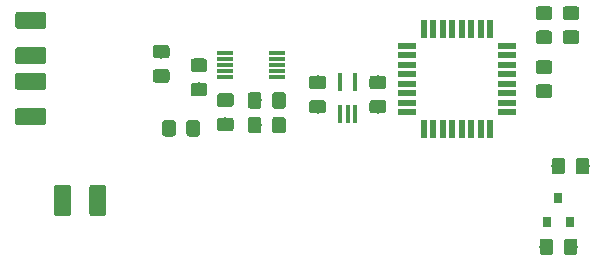
<source format=gbp>
G04 #@! TF.GenerationSoftware,KiCad,Pcbnew,5.1.2*
G04 #@! TF.CreationDate,2019-07-27T17:59:41+02:00*
G04 #@! TF.ProjectId,solarcampi,736f6c61-7263-4616-9d70-692e6b696361,C*
G04 #@! TF.SameCoordinates,Original*
G04 #@! TF.FileFunction,Paste,Bot*
G04 #@! TF.FilePolarity,Positive*
%FSLAX46Y46*%
G04 Gerber Fmt 4.6, Leading zero omitted, Abs format (unit mm)*
G04 Created by KiCad (PCBNEW 5.1.2) date 2019-07-27 17:59:41*
%MOMM*%
%LPD*%
G04 APERTURE LIST*
%ADD10C,0.100000*%
%ADD11C,1.425000*%
%ADD12C,1.150000*%
%ADD13R,0.800000X0.900000*%
%ADD14R,0.400000X1.500000*%
%ADD15R,0.550000X1.600000*%
%ADD16R,1.600000X0.550000*%
%ADD17R,1.400000X0.300000*%
G04 APERTURE END LIST*
D10*
G36*
X66064504Y-71936204D02*
G01*
X66088773Y-71939804D01*
X66112571Y-71945765D01*
X66135671Y-71954030D01*
X66157849Y-71964520D01*
X66178893Y-71977133D01*
X66198598Y-71991747D01*
X66216777Y-72008223D01*
X66233253Y-72026402D01*
X66247867Y-72046107D01*
X66260480Y-72067151D01*
X66270970Y-72089329D01*
X66279235Y-72112429D01*
X66285196Y-72136227D01*
X66288796Y-72160496D01*
X66290000Y-72185000D01*
X66290000Y-74335000D01*
X66288796Y-74359504D01*
X66285196Y-74383773D01*
X66279235Y-74407571D01*
X66270970Y-74430671D01*
X66260480Y-74452849D01*
X66247867Y-74473893D01*
X66233253Y-74493598D01*
X66216777Y-74511777D01*
X66198598Y-74528253D01*
X66178893Y-74542867D01*
X66157849Y-74555480D01*
X66135671Y-74565970D01*
X66112571Y-74574235D01*
X66088773Y-74580196D01*
X66064504Y-74583796D01*
X66040000Y-74585000D01*
X65115000Y-74585000D01*
X65090496Y-74583796D01*
X65066227Y-74580196D01*
X65042429Y-74574235D01*
X65019329Y-74565970D01*
X64997151Y-74555480D01*
X64976107Y-74542867D01*
X64956402Y-74528253D01*
X64938223Y-74511777D01*
X64921747Y-74493598D01*
X64907133Y-74473893D01*
X64894520Y-74452849D01*
X64884030Y-74430671D01*
X64875765Y-74407571D01*
X64869804Y-74383773D01*
X64866204Y-74359504D01*
X64865000Y-74335000D01*
X64865000Y-72185000D01*
X64866204Y-72160496D01*
X64869804Y-72136227D01*
X64875765Y-72112429D01*
X64884030Y-72089329D01*
X64894520Y-72067151D01*
X64907133Y-72046107D01*
X64921747Y-72026402D01*
X64938223Y-72008223D01*
X64956402Y-71991747D01*
X64976107Y-71977133D01*
X64997151Y-71964520D01*
X65019329Y-71954030D01*
X65042429Y-71945765D01*
X65066227Y-71939804D01*
X65090496Y-71936204D01*
X65115000Y-71935000D01*
X66040000Y-71935000D01*
X66064504Y-71936204D01*
X66064504Y-71936204D01*
G37*
D11*
X65577500Y-73260000D03*
D10*
G36*
X63089504Y-71936204D02*
G01*
X63113773Y-71939804D01*
X63137571Y-71945765D01*
X63160671Y-71954030D01*
X63182849Y-71964520D01*
X63203893Y-71977133D01*
X63223598Y-71991747D01*
X63241777Y-72008223D01*
X63258253Y-72026402D01*
X63272867Y-72046107D01*
X63285480Y-72067151D01*
X63295970Y-72089329D01*
X63304235Y-72112429D01*
X63310196Y-72136227D01*
X63313796Y-72160496D01*
X63315000Y-72185000D01*
X63315000Y-74335000D01*
X63313796Y-74359504D01*
X63310196Y-74383773D01*
X63304235Y-74407571D01*
X63295970Y-74430671D01*
X63285480Y-74452849D01*
X63272867Y-74473893D01*
X63258253Y-74493598D01*
X63241777Y-74511777D01*
X63223598Y-74528253D01*
X63203893Y-74542867D01*
X63182849Y-74555480D01*
X63160671Y-74565970D01*
X63137571Y-74574235D01*
X63113773Y-74580196D01*
X63089504Y-74583796D01*
X63065000Y-74585000D01*
X62140000Y-74585000D01*
X62115496Y-74583796D01*
X62091227Y-74580196D01*
X62067429Y-74574235D01*
X62044329Y-74565970D01*
X62022151Y-74555480D01*
X62001107Y-74542867D01*
X61981402Y-74528253D01*
X61963223Y-74511777D01*
X61946747Y-74493598D01*
X61932133Y-74473893D01*
X61919520Y-74452849D01*
X61909030Y-74430671D01*
X61900765Y-74407571D01*
X61894804Y-74383773D01*
X61891204Y-74359504D01*
X61890000Y-74335000D01*
X61890000Y-72185000D01*
X61891204Y-72160496D01*
X61894804Y-72136227D01*
X61900765Y-72112429D01*
X61909030Y-72089329D01*
X61919520Y-72067151D01*
X61932133Y-72046107D01*
X61946747Y-72026402D01*
X61963223Y-72008223D01*
X61981402Y-71991747D01*
X62001107Y-71977133D01*
X62022151Y-71964520D01*
X62044329Y-71954030D01*
X62067429Y-71945765D01*
X62091227Y-71939804D01*
X62115496Y-71936204D01*
X62140000Y-71935000D01*
X63065000Y-71935000D01*
X63089504Y-71936204D01*
X63089504Y-71936204D01*
G37*
D11*
X62602500Y-73260000D03*
D10*
G36*
X71444505Y-62151204D02*
G01*
X71468773Y-62154804D01*
X71492572Y-62160765D01*
X71515671Y-62169030D01*
X71537850Y-62179520D01*
X71558893Y-62192132D01*
X71578599Y-62206747D01*
X71596777Y-62223223D01*
X71613253Y-62241401D01*
X71627868Y-62261107D01*
X71640480Y-62282150D01*
X71650970Y-62304329D01*
X71659235Y-62327428D01*
X71665196Y-62351227D01*
X71668796Y-62375495D01*
X71670000Y-62399999D01*
X71670000Y-63050001D01*
X71668796Y-63074505D01*
X71665196Y-63098773D01*
X71659235Y-63122572D01*
X71650970Y-63145671D01*
X71640480Y-63167850D01*
X71627868Y-63188893D01*
X71613253Y-63208599D01*
X71596777Y-63226777D01*
X71578599Y-63243253D01*
X71558893Y-63257868D01*
X71537850Y-63270480D01*
X71515671Y-63280970D01*
X71492572Y-63289235D01*
X71468773Y-63295196D01*
X71444505Y-63298796D01*
X71420001Y-63300000D01*
X70519999Y-63300000D01*
X70495495Y-63298796D01*
X70471227Y-63295196D01*
X70447428Y-63289235D01*
X70424329Y-63280970D01*
X70402150Y-63270480D01*
X70381107Y-63257868D01*
X70361401Y-63243253D01*
X70343223Y-63226777D01*
X70326747Y-63208599D01*
X70312132Y-63188893D01*
X70299520Y-63167850D01*
X70289030Y-63145671D01*
X70280765Y-63122572D01*
X70274804Y-63098773D01*
X70271204Y-63074505D01*
X70270000Y-63050001D01*
X70270000Y-62399999D01*
X70271204Y-62375495D01*
X70274804Y-62351227D01*
X70280765Y-62327428D01*
X70289030Y-62304329D01*
X70299520Y-62282150D01*
X70312132Y-62261107D01*
X70326747Y-62241401D01*
X70343223Y-62223223D01*
X70361401Y-62206747D01*
X70381107Y-62192132D01*
X70402150Y-62179520D01*
X70424329Y-62169030D01*
X70447428Y-62160765D01*
X70471227Y-62154804D01*
X70495495Y-62151204D01*
X70519999Y-62150000D01*
X71420001Y-62150000D01*
X71444505Y-62151204D01*
X71444505Y-62151204D01*
G37*
D12*
X70970000Y-62725000D03*
D10*
G36*
X71444505Y-60101204D02*
G01*
X71468773Y-60104804D01*
X71492572Y-60110765D01*
X71515671Y-60119030D01*
X71537850Y-60129520D01*
X71558893Y-60142132D01*
X71578599Y-60156747D01*
X71596777Y-60173223D01*
X71613253Y-60191401D01*
X71627868Y-60211107D01*
X71640480Y-60232150D01*
X71650970Y-60254329D01*
X71659235Y-60277428D01*
X71665196Y-60301227D01*
X71668796Y-60325495D01*
X71670000Y-60349999D01*
X71670000Y-61000001D01*
X71668796Y-61024505D01*
X71665196Y-61048773D01*
X71659235Y-61072572D01*
X71650970Y-61095671D01*
X71640480Y-61117850D01*
X71627868Y-61138893D01*
X71613253Y-61158599D01*
X71596777Y-61176777D01*
X71578599Y-61193253D01*
X71558893Y-61207868D01*
X71537850Y-61220480D01*
X71515671Y-61230970D01*
X71492572Y-61239235D01*
X71468773Y-61245196D01*
X71444505Y-61248796D01*
X71420001Y-61250000D01*
X70519999Y-61250000D01*
X70495495Y-61248796D01*
X70471227Y-61245196D01*
X70447428Y-61239235D01*
X70424329Y-61230970D01*
X70402150Y-61220480D01*
X70381107Y-61207868D01*
X70361401Y-61193253D01*
X70343223Y-61176777D01*
X70326747Y-61158599D01*
X70312132Y-61138893D01*
X70299520Y-61117850D01*
X70289030Y-61095671D01*
X70280765Y-61072572D01*
X70274804Y-61048773D01*
X70271204Y-61024505D01*
X70270000Y-61000001D01*
X70270000Y-60349999D01*
X70271204Y-60325495D01*
X70274804Y-60301227D01*
X70280765Y-60277428D01*
X70289030Y-60254329D01*
X70299520Y-60232150D01*
X70312132Y-60211107D01*
X70326747Y-60191401D01*
X70343223Y-60173223D01*
X70361401Y-60156747D01*
X70381107Y-60142132D01*
X70402150Y-60129520D01*
X70424329Y-60119030D01*
X70447428Y-60110765D01*
X70471227Y-60104804D01*
X70495495Y-60101204D01*
X70519999Y-60100000D01*
X71420001Y-60100000D01*
X71444505Y-60101204D01*
X71444505Y-60101204D01*
G37*
D12*
X70970000Y-60675000D03*
D10*
G36*
X104934505Y-69671204D02*
G01*
X104958773Y-69674804D01*
X104982572Y-69680765D01*
X105005671Y-69689030D01*
X105027850Y-69699520D01*
X105048893Y-69712132D01*
X105068599Y-69726747D01*
X105086777Y-69743223D01*
X105103253Y-69761401D01*
X105117868Y-69781107D01*
X105130480Y-69802150D01*
X105140970Y-69824329D01*
X105149235Y-69847428D01*
X105155196Y-69871227D01*
X105158796Y-69895495D01*
X105160000Y-69919999D01*
X105160000Y-70820001D01*
X105158796Y-70844505D01*
X105155196Y-70868773D01*
X105149235Y-70892572D01*
X105140970Y-70915671D01*
X105130480Y-70937850D01*
X105117868Y-70958893D01*
X105103253Y-70978599D01*
X105086777Y-70996777D01*
X105068599Y-71013253D01*
X105048893Y-71027868D01*
X105027850Y-71040480D01*
X105005671Y-71050970D01*
X104982572Y-71059235D01*
X104958773Y-71065196D01*
X104934505Y-71068796D01*
X104910001Y-71070000D01*
X104259999Y-71070000D01*
X104235495Y-71068796D01*
X104211227Y-71065196D01*
X104187428Y-71059235D01*
X104164329Y-71050970D01*
X104142150Y-71040480D01*
X104121107Y-71027868D01*
X104101401Y-71013253D01*
X104083223Y-70996777D01*
X104066747Y-70978599D01*
X104052132Y-70958893D01*
X104039520Y-70937850D01*
X104029030Y-70915671D01*
X104020765Y-70892572D01*
X104014804Y-70868773D01*
X104011204Y-70844505D01*
X104010000Y-70820001D01*
X104010000Y-69919999D01*
X104011204Y-69895495D01*
X104014804Y-69871227D01*
X104020765Y-69847428D01*
X104029030Y-69824329D01*
X104039520Y-69802150D01*
X104052132Y-69781107D01*
X104066747Y-69761401D01*
X104083223Y-69743223D01*
X104101401Y-69726747D01*
X104121107Y-69712132D01*
X104142150Y-69699520D01*
X104164329Y-69689030D01*
X104187428Y-69680765D01*
X104211227Y-69674804D01*
X104235495Y-69671204D01*
X104259999Y-69670000D01*
X104910001Y-69670000D01*
X104934505Y-69671204D01*
X104934505Y-69671204D01*
G37*
D12*
X104585000Y-70370000D03*
D10*
G36*
X106984505Y-69671204D02*
G01*
X107008773Y-69674804D01*
X107032572Y-69680765D01*
X107055671Y-69689030D01*
X107077850Y-69699520D01*
X107098893Y-69712132D01*
X107118599Y-69726747D01*
X107136777Y-69743223D01*
X107153253Y-69761401D01*
X107167868Y-69781107D01*
X107180480Y-69802150D01*
X107190970Y-69824329D01*
X107199235Y-69847428D01*
X107205196Y-69871227D01*
X107208796Y-69895495D01*
X107210000Y-69919999D01*
X107210000Y-70820001D01*
X107208796Y-70844505D01*
X107205196Y-70868773D01*
X107199235Y-70892572D01*
X107190970Y-70915671D01*
X107180480Y-70937850D01*
X107167868Y-70958893D01*
X107153253Y-70978599D01*
X107136777Y-70996777D01*
X107118599Y-71013253D01*
X107098893Y-71027868D01*
X107077850Y-71040480D01*
X107055671Y-71050970D01*
X107032572Y-71059235D01*
X107008773Y-71065196D01*
X106984505Y-71068796D01*
X106960001Y-71070000D01*
X106309999Y-71070000D01*
X106285495Y-71068796D01*
X106261227Y-71065196D01*
X106237428Y-71059235D01*
X106214329Y-71050970D01*
X106192150Y-71040480D01*
X106171107Y-71027868D01*
X106151401Y-71013253D01*
X106133223Y-70996777D01*
X106116747Y-70978599D01*
X106102132Y-70958893D01*
X106089520Y-70937850D01*
X106079030Y-70915671D01*
X106070765Y-70892572D01*
X106064804Y-70868773D01*
X106061204Y-70844505D01*
X106060000Y-70820001D01*
X106060000Y-69919999D01*
X106061204Y-69895495D01*
X106064804Y-69871227D01*
X106070765Y-69847428D01*
X106079030Y-69824329D01*
X106089520Y-69802150D01*
X106102132Y-69781107D01*
X106116747Y-69761401D01*
X106133223Y-69743223D01*
X106151401Y-69726747D01*
X106171107Y-69712132D01*
X106192150Y-69699520D01*
X106214329Y-69689030D01*
X106237428Y-69680765D01*
X106261227Y-69674804D01*
X106285495Y-69671204D01*
X106309999Y-69670000D01*
X106960001Y-69670000D01*
X106984505Y-69671204D01*
X106984505Y-69671204D01*
G37*
D12*
X106635000Y-70370000D03*
D10*
G36*
X61009504Y-65446204D02*
G01*
X61033773Y-65449804D01*
X61057571Y-65455765D01*
X61080671Y-65464030D01*
X61102849Y-65474520D01*
X61123893Y-65487133D01*
X61143598Y-65501747D01*
X61161777Y-65518223D01*
X61178253Y-65536402D01*
X61192867Y-65556107D01*
X61205480Y-65577151D01*
X61215970Y-65599329D01*
X61224235Y-65622429D01*
X61230196Y-65646227D01*
X61233796Y-65670496D01*
X61235000Y-65695000D01*
X61235000Y-66620000D01*
X61233796Y-66644504D01*
X61230196Y-66668773D01*
X61224235Y-66692571D01*
X61215970Y-66715671D01*
X61205480Y-66737849D01*
X61192867Y-66758893D01*
X61178253Y-66778598D01*
X61161777Y-66796777D01*
X61143598Y-66813253D01*
X61123893Y-66827867D01*
X61102849Y-66840480D01*
X61080671Y-66850970D01*
X61057571Y-66859235D01*
X61033773Y-66865196D01*
X61009504Y-66868796D01*
X60985000Y-66870000D01*
X58835000Y-66870000D01*
X58810496Y-66868796D01*
X58786227Y-66865196D01*
X58762429Y-66859235D01*
X58739329Y-66850970D01*
X58717151Y-66840480D01*
X58696107Y-66827867D01*
X58676402Y-66813253D01*
X58658223Y-66796777D01*
X58641747Y-66778598D01*
X58627133Y-66758893D01*
X58614520Y-66737849D01*
X58604030Y-66715671D01*
X58595765Y-66692571D01*
X58589804Y-66668773D01*
X58586204Y-66644504D01*
X58585000Y-66620000D01*
X58585000Y-65695000D01*
X58586204Y-65670496D01*
X58589804Y-65646227D01*
X58595765Y-65622429D01*
X58604030Y-65599329D01*
X58614520Y-65577151D01*
X58627133Y-65556107D01*
X58641747Y-65536402D01*
X58658223Y-65518223D01*
X58676402Y-65501747D01*
X58696107Y-65487133D01*
X58717151Y-65474520D01*
X58739329Y-65464030D01*
X58762429Y-65455765D01*
X58786227Y-65449804D01*
X58810496Y-65446204D01*
X58835000Y-65445000D01*
X60985000Y-65445000D01*
X61009504Y-65446204D01*
X61009504Y-65446204D01*
G37*
D11*
X59910000Y-66157500D03*
D10*
G36*
X61009504Y-62471204D02*
G01*
X61033773Y-62474804D01*
X61057571Y-62480765D01*
X61080671Y-62489030D01*
X61102849Y-62499520D01*
X61123893Y-62512133D01*
X61143598Y-62526747D01*
X61161777Y-62543223D01*
X61178253Y-62561402D01*
X61192867Y-62581107D01*
X61205480Y-62602151D01*
X61215970Y-62624329D01*
X61224235Y-62647429D01*
X61230196Y-62671227D01*
X61233796Y-62695496D01*
X61235000Y-62720000D01*
X61235000Y-63645000D01*
X61233796Y-63669504D01*
X61230196Y-63693773D01*
X61224235Y-63717571D01*
X61215970Y-63740671D01*
X61205480Y-63762849D01*
X61192867Y-63783893D01*
X61178253Y-63803598D01*
X61161777Y-63821777D01*
X61143598Y-63838253D01*
X61123893Y-63852867D01*
X61102849Y-63865480D01*
X61080671Y-63875970D01*
X61057571Y-63884235D01*
X61033773Y-63890196D01*
X61009504Y-63893796D01*
X60985000Y-63895000D01*
X58835000Y-63895000D01*
X58810496Y-63893796D01*
X58786227Y-63890196D01*
X58762429Y-63884235D01*
X58739329Y-63875970D01*
X58717151Y-63865480D01*
X58696107Y-63852867D01*
X58676402Y-63838253D01*
X58658223Y-63821777D01*
X58641747Y-63803598D01*
X58627133Y-63783893D01*
X58614520Y-63762849D01*
X58604030Y-63740671D01*
X58595765Y-63717571D01*
X58589804Y-63693773D01*
X58586204Y-63669504D01*
X58585000Y-63645000D01*
X58585000Y-62720000D01*
X58586204Y-62695496D01*
X58589804Y-62671227D01*
X58595765Y-62647429D01*
X58604030Y-62624329D01*
X58614520Y-62602151D01*
X58627133Y-62581107D01*
X58641747Y-62561402D01*
X58658223Y-62543223D01*
X58676402Y-62526747D01*
X58696107Y-62512133D01*
X58717151Y-62499520D01*
X58739329Y-62489030D01*
X58762429Y-62480765D01*
X58786227Y-62474804D01*
X58810496Y-62471204D01*
X58835000Y-62470000D01*
X60985000Y-62470000D01*
X61009504Y-62471204D01*
X61009504Y-62471204D01*
G37*
D11*
X59910000Y-63182500D03*
D13*
X104590000Y-73100000D03*
X103640000Y-75100000D03*
X105540000Y-75100000D03*
D10*
G36*
X61019504Y-60286204D02*
G01*
X61043773Y-60289804D01*
X61067571Y-60295765D01*
X61090671Y-60304030D01*
X61112849Y-60314520D01*
X61133893Y-60327133D01*
X61153598Y-60341747D01*
X61171777Y-60358223D01*
X61188253Y-60376402D01*
X61202867Y-60396107D01*
X61215480Y-60417151D01*
X61225970Y-60439329D01*
X61234235Y-60462429D01*
X61240196Y-60486227D01*
X61243796Y-60510496D01*
X61245000Y-60535000D01*
X61245000Y-61460000D01*
X61243796Y-61484504D01*
X61240196Y-61508773D01*
X61234235Y-61532571D01*
X61225970Y-61555671D01*
X61215480Y-61577849D01*
X61202867Y-61598893D01*
X61188253Y-61618598D01*
X61171777Y-61636777D01*
X61153598Y-61653253D01*
X61133893Y-61667867D01*
X61112849Y-61680480D01*
X61090671Y-61690970D01*
X61067571Y-61699235D01*
X61043773Y-61705196D01*
X61019504Y-61708796D01*
X60995000Y-61710000D01*
X58845000Y-61710000D01*
X58820496Y-61708796D01*
X58796227Y-61705196D01*
X58772429Y-61699235D01*
X58749329Y-61690970D01*
X58727151Y-61680480D01*
X58706107Y-61667867D01*
X58686402Y-61653253D01*
X58668223Y-61636777D01*
X58651747Y-61618598D01*
X58637133Y-61598893D01*
X58624520Y-61577849D01*
X58614030Y-61555671D01*
X58605765Y-61532571D01*
X58599804Y-61508773D01*
X58596204Y-61484504D01*
X58595000Y-61460000D01*
X58595000Y-60535000D01*
X58596204Y-60510496D01*
X58599804Y-60486227D01*
X58605765Y-60462429D01*
X58614030Y-60439329D01*
X58624520Y-60417151D01*
X58637133Y-60396107D01*
X58651747Y-60376402D01*
X58668223Y-60358223D01*
X58686402Y-60341747D01*
X58706107Y-60327133D01*
X58727151Y-60314520D01*
X58749329Y-60304030D01*
X58772429Y-60295765D01*
X58796227Y-60289804D01*
X58820496Y-60286204D01*
X58845000Y-60285000D01*
X60995000Y-60285000D01*
X61019504Y-60286204D01*
X61019504Y-60286204D01*
G37*
D11*
X59920000Y-60997500D03*
D10*
G36*
X61019504Y-57311204D02*
G01*
X61043773Y-57314804D01*
X61067571Y-57320765D01*
X61090671Y-57329030D01*
X61112849Y-57339520D01*
X61133893Y-57352133D01*
X61153598Y-57366747D01*
X61171777Y-57383223D01*
X61188253Y-57401402D01*
X61202867Y-57421107D01*
X61215480Y-57442151D01*
X61225970Y-57464329D01*
X61234235Y-57487429D01*
X61240196Y-57511227D01*
X61243796Y-57535496D01*
X61245000Y-57560000D01*
X61245000Y-58485000D01*
X61243796Y-58509504D01*
X61240196Y-58533773D01*
X61234235Y-58557571D01*
X61225970Y-58580671D01*
X61215480Y-58602849D01*
X61202867Y-58623893D01*
X61188253Y-58643598D01*
X61171777Y-58661777D01*
X61153598Y-58678253D01*
X61133893Y-58692867D01*
X61112849Y-58705480D01*
X61090671Y-58715970D01*
X61067571Y-58724235D01*
X61043773Y-58730196D01*
X61019504Y-58733796D01*
X60995000Y-58735000D01*
X58845000Y-58735000D01*
X58820496Y-58733796D01*
X58796227Y-58730196D01*
X58772429Y-58724235D01*
X58749329Y-58715970D01*
X58727151Y-58705480D01*
X58706107Y-58692867D01*
X58686402Y-58678253D01*
X58668223Y-58661777D01*
X58651747Y-58643598D01*
X58637133Y-58623893D01*
X58624520Y-58602849D01*
X58614030Y-58580671D01*
X58605765Y-58557571D01*
X58599804Y-58533773D01*
X58596204Y-58509504D01*
X58595000Y-58485000D01*
X58595000Y-57560000D01*
X58596204Y-57535496D01*
X58599804Y-57511227D01*
X58605765Y-57487429D01*
X58614030Y-57464329D01*
X58624520Y-57442151D01*
X58637133Y-57421107D01*
X58651747Y-57401402D01*
X58668223Y-57383223D01*
X58686402Y-57366747D01*
X58706107Y-57352133D01*
X58727151Y-57339520D01*
X58749329Y-57329030D01*
X58772429Y-57320765D01*
X58796227Y-57314804D01*
X58820496Y-57311204D01*
X58845000Y-57310000D01*
X60995000Y-57310000D01*
X61019504Y-57311204D01*
X61019504Y-57311204D01*
G37*
D11*
X59920000Y-58022500D03*
D14*
X87400000Y-63270000D03*
X86100000Y-63270000D03*
X86100000Y-65930000D03*
X86750000Y-65930000D03*
X87400000Y-65930000D03*
D10*
G36*
X71970505Y-66460204D02*
G01*
X71994773Y-66463804D01*
X72018572Y-66469765D01*
X72041671Y-66478030D01*
X72063850Y-66488520D01*
X72084893Y-66501132D01*
X72104599Y-66515747D01*
X72122777Y-66532223D01*
X72139253Y-66550401D01*
X72153868Y-66570107D01*
X72166480Y-66591150D01*
X72176970Y-66613329D01*
X72185235Y-66636428D01*
X72191196Y-66660227D01*
X72194796Y-66684495D01*
X72196000Y-66708999D01*
X72196000Y-67609001D01*
X72194796Y-67633505D01*
X72191196Y-67657773D01*
X72185235Y-67681572D01*
X72176970Y-67704671D01*
X72166480Y-67726850D01*
X72153868Y-67747893D01*
X72139253Y-67767599D01*
X72122777Y-67785777D01*
X72104599Y-67802253D01*
X72084893Y-67816868D01*
X72063850Y-67829480D01*
X72041671Y-67839970D01*
X72018572Y-67848235D01*
X71994773Y-67854196D01*
X71970505Y-67857796D01*
X71946001Y-67859000D01*
X71295999Y-67859000D01*
X71271495Y-67857796D01*
X71247227Y-67854196D01*
X71223428Y-67848235D01*
X71200329Y-67839970D01*
X71178150Y-67829480D01*
X71157107Y-67816868D01*
X71137401Y-67802253D01*
X71119223Y-67785777D01*
X71102747Y-67767599D01*
X71088132Y-67747893D01*
X71075520Y-67726850D01*
X71065030Y-67704671D01*
X71056765Y-67681572D01*
X71050804Y-67657773D01*
X71047204Y-67633505D01*
X71046000Y-67609001D01*
X71046000Y-66708999D01*
X71047204Y-66684495D01*
X71050804Y-66660227D01*
X71056765Y-66636428D01*
X71065030Y-66613329D01*
X71075520Y-66591150D01*
X71088132Y-66570107D01*
X71102747Y-66550401D01*
X71119223Y-66532223D01*
X71137401Y-66515747D01*
X71157107Y-66501132D01*
X71178150Y-66488520D01*
X71200329Y-66478030D01*
X71223428Y-66469765D01*
X71247227Y-66463804D01*
X71271495Y-66460204D01*
X71295999Y-66459000D01*
X71946001Y-66459000D01*
X71970505Y-66460204D01*
X71970505Y-66460204D01*
G37*
D12*
X71621000Y-67159000D03*
D10*
G36*
X74020505Y-66460204D02*
G01*
X74044773Y-66463804D01*
X74068572Y-66469765D01*
X74091671Y-66478030D01*
X74113850Y-66488520D01*
X74134893Y-66501132D01*
X74154599Y-66515747D01*
X74172777Y-66532223D01*
X74189253Y-66550401D01*
X74203868Y-66570107D01*
X74216480Y-66591150D01*
X74226970Y-66613329D01*
X74235235Y-66636428D01*
X74241196Y-66660227D01*
X74244796Y-66684495D01*
X74246000Y-66708999D01*
X74246000Y-67609001D01*
X74244796Y-67633505D01*
X74241196Y-67657773D01*
X74235235Y-67681572D01*
X74226970Y-67704671D01*
X74216480Y-67726850D01*
X74203868Y-67747893D01*
X74189253Y-67767599D01*
X74172777Y-67785777D01*
X74154599Y-67802253D01*
X74134893Y-67816868D01*
X74113850Y-67829480D01*
X74091671Y-67839970D01*
X74068572Y-67848235D01*
X74044773Y-67854196D01*
X74020505Y-67857796D01*
X73996001Y-67859000D01*
X73345999Y-67859000D01*
X73321495Y-67857796D01*
X73297227Y-67854196D01*
X73273428Y-67848235D01*
X73250329Y-67839970D01*
X73228150Y-67829480D01*
X73207107Y-67816868D01*
X73187401Y-67802253D01*
X73169223Y-67785777D01*
X73152747Y-67767599D01*
X73138132Y-67747893D01*
X73125520Y-67726850D01*
X73115030Y-67704671D01*
X73106765Y-67681572D01*
X73100804Y-67657773D01*
X73097204Y-67633505D01*
X73096000Y-67609001D01*
X73096000Y-66708999D01*
X73097204Y-66684495D01*
X73100804Y-66660227D01*
X73106765Y-66636428D01*
X73115030Y-66613329D01*
X73125520Y-66591150D01*
X73138132Y-66570107D01*
X73152747Y-66550401D01*
X73169223Y-66532223D01*
X73187401Y-66515747D01*
X73207107Y-66501132D01*
X73228150Y-66488520D01*
X73250329Y-66478030D01*
X73273428Y-66469765D01*
X73297227Y-66463804D01*
X73321495Y-66460204D01*
X73345999Y-66459000D01*
X73996001Y-66459000D01*
X74020505Y-66460204D01*
X74020505Y-66460204D01*
G37*
D12*
X73671000Y-67159000D03*
D10*
G36*
X103924505Y-76501204D02*
G01*
X103948773Y-76504804D01*
X103972572Y-76510765D01*
X103995671Y-76519030D01*
X104017850Y-76529520D01*
X104038893Y-76542132D01*
X104058599Y-76556747D01*
X104076777Y-76573223D01*
X104093253Y-76591401D01*
X104107868Y-76611107D01*
X104120480Y-76632150D01*
X104130970Y-76654329D01*
X104139235Y-76677428D01*
X104145196Y-76701227D01*
X104148796Y-76725495D01*
X104150000Y-76749999D01*
X104150000Y-77650001D01*
X104148796Y-77674505D01*
X104145196Y-77698773D01*
X104139235Y-77722572D01*
X104130970Y-77745671D01*
X104120480Y-77767850D01*
X104107868Y-77788893D01*
X104093253Y-77808599D01*
X104076777Y-77826777D01*
X104058599Y-77843253D01*
X104038893Y-77857868D01*
X104017850Y-77870480D01*
X103995671Y-77880970D01*
X103972572Y-77889235D01*
X103948773Y-77895196D01*
X103924505Y-77898796D01*
X103900001Y-77900000D01*
X103249999Y-77900000D01*
X103225495Y-77898796D01*
X103201227Y-77895196D01*
X103177428Y-77889235D01*
X103154329Y-77880970D01*
X103132150Y-77870480D01*
X103111107Y-77857868D01*
X103091401Y-77843253D01*
X103073223Y-77826777D01*
X103056747Y-77808599D01*
X103042132Y-77788893D01*
X103029520Y-77767850D01*
X103019030Y-77745671D01*
X103010765Y-77722572D01*
X103004804Y-77698773D01*
X103001204Y-77674505D01*
X103000000Y-77650001D01*
X103000000Y-76749999D01*
X103001204Y-76725495D01*
X103004804Y-76701227D01*
X103010765Y-76677428D01*
X103019030Y-76654329D01*
X103029520Y-76632150D01*
X103042132Y-76611107D01*
X103056747Y-76591401D01*
X103073223Y-76573223D01*
X103091401Y-76556747D01*
X103111107Y-76542132D01*
X103132150Y-76529520D01*
X103154329Y-76519030D01*
X103177428Y-76510765D01*
X103201227Y-76504804D01*
X103225495Y-76501204D01*
X103249999Y-76500000D01*
X103900001Y-76500000D01*
X103924505Y-76501204D01*
X103924505Y-76501204D01*
G37*
D12*
X103575000Y-77200000D03*
D10*
G36*
X105974505Y-76501204D02*
G01*
X105998773Y-76504804D01*
X106022572Y-76510765D01*
X106045671Y-76519030D01*
X106067850Y-76529520D01*
X106088893Y-76542132D01*
X106108599Y-76556747D01*
X106126777Y-76573223D01*
X106143253Y-76591401D01*
X106157868Y-76611107D01*
X106170480Y-76632150D01*
X106180970Y-76654329D01*
X106189235Y-76677428D01*
X106195196Y-76701227D01*
X106198796Y-76725495D01*
X106200000Y-76749999D01*
X106200000Y-77650001D01*
X106198796Y-77674505D01*
X106195196Y-77698773D01*
X106189235Y-77722572D01*
X106180970Y-77745671D01*
X106170480Y-77767850D01*
X106157868Y-77788893D01*
X106143253Y-77808599D01*
X106126777Y-77826777D01*
X106108599Y-77843253D01*
X106088893Y-77857868D01*
X106067850Y-77870480D01*
X106045671Y-77880970D01*
X106022572Y-77889235D01*
X105998773Y-77895196D01*
X105974505Y-77898796D01*
X105950001Y-77900000D01*
X105299999Y-77900000D01*
X105275495Y-77898796D01*
X105251227Y-77895196D01*
X105227428Y-77889235D01*
X105204329Y-77880970D01*
X105182150Y-77870480D01*
X105161107Y-77857868D01*
X105141401Y-77843253D01*
X105123223Y-77826777D01*
X105106747Y-77808599D01*
X105092132Y-77788893D01*
X105079520Y-77767850D01*
X105069030Y-77745671D01*
X105060765Y-77722572D01*
X105054804Y-77698773D01*
X105051204Y-77674505D01*
X105050000Y-77650001D01*
X105050000Y-76749999D01*
X105051204Y-76725495D01*
X105054804Y-76701227D01*
X105060765Y-76677428D01*
X105069030Y-76654329D01*
X105079520Y-76632150D01*
X105092132Y-76611107D01*
X105106747Y-76591401D01*
X105123223Y-76573223D01*
X105141401Y-76556747D01*
X105161107Y-76542132D01*
X105182150Y-76529520D01*
X105204329Y-76519030D01*
X105227428Y-76510765D01*
X105251227Y-76504804D01*
X105275495Y-76501204D01*
X105299999Y-76500000D01*
X105950001Y-76500000D01*
X105974505Y-76501204D01*
X105974505Y-76501204D01*
G37*
D12*
X105625000Y-77200000D03*
D10*
G36*
X81274505Y-66201204D02*
G01*
X81298773Y-66204804D01*
X81322572Y-66210765D01*
X81345671Y-66219030D01*
X81367850Y-66229520D01*
X81388893Y-66242132D01*
X81408599Y-66256747D01*
X81426777Y-66273223D01*
X81443253Y-66291401D01*
X81457868Y-66311107D01*
X81470480Y-66332150D01*
X81480970Y-66354329D01*
X81489235Y-66377428D01*
X81495196Y-66401227D01*
X81498796Y-66425495D01*
X81500000Y-66449999D01*
X81500000Y-67350001D01*
X81498796Y-67374505D01*
X81495196Y-67398773D01*
X81489235Y-67422572D01*
X81480970Y-67445671D01*
X81470480Y-67467850D01*
X81457868Y-67488893D01*
X81443253Y-67508599D01*
X81426777Y-67526777D01*
X81408599Y-67543253D01*
X81388893Y-67557868D01*
X81367850Y-67570480D01*
X81345671Y-67580970D01*
X81322572Y-67589235D01*
X81298773Y-67595196D01*
X81274505Y-67598796D01*
X81250001Y-67600000D01*
X80599999Y-67600000D01*
X80575495Y-67598796D01*
X80551227Y-67595196D01*
X80527428Y-67589235D01*
X80504329Y-67580970D01*
X80482150Y-67570480D01*
X80461107Y-67557868D01*
X80441401Y-67543253D01*
X80423223Y-67526777D01*
X80406747Y-67508599D01*
X80392132Y-67488893D01*
X80379520Y-67467850D01*
X80369030Y-67445671D01*
X80360765Y-67422572D01*
X80354804Y-67398773D01*
X80351204Y-67374505D01*
X80350000Y-67350001D01*
X80350000Y-66449999D01*
X80351204Y-66425495D01*
X80354804Y-66401227D01*
X80360765Y-66377428D01*
X80369030Y-66354329D01*
X80379520Y-66332150D01*
X80392132Y-66311107D01*
X80406747Y-66291401D01*
X80423223Y-66273223D01*
X80441401Y-66256747D01*
X80461107Y-66242132D01*
X80482150Y-66229520D01*
X80504329Y-66219030D01*
X80527428Y-66210765D01*
X80551227Y-66204804D01*
X80575495Y-66201204D01*
X80599999Y-66200000D01*
X81250001Y-66200000D01*
X81274505Y-66201204D01*
X81274505Y-66201204D01*
G37*
D12*
X80925000Y-66900000D03*
D10*
G36*
X79224505Y-66201204D02*
G01*
X79248773Y-66204804D01*
X79272572Y-66210765D01*
X79295671Y-66219030D01*
X79317850Y-66229520D01*
X79338893Y-66242132D01*
X79358599Y-66256747D01*
X79376777Y-66273223D01*
X79393253Y-66291401D01*
X79407868Y-66311107D01*
X79420480Y-66332150D01*
X79430970Y-66354329D01*
X79439235Y-66377428D01*
X79445196Y-66401227D01*
X79448796Y-66425495D01*
X79450000Y-66449999D01*
X79450000Y-67350001D01*
X79448796Y-67374505D01*
X79445196Y-67398773D01*
X79439235Y-67422572D01*
X79430970Y-67445671D01*
X79420480Y-67467850D01*
X79407868Y-67488893D01*
X79393253Y-67508599D01*
X79376777Y-67526777D01*
X79358599Y-67543253D01*
X79338893Y-67557868D01*
X79317850Y-67570480D01*
X79295671Y-67580970D01*
X79272572Y-67589235D01*
X79248773Y-67595196D01*
X79224505Y-67598796D01*
X79200001Y-67600000D01*
X78549999Y-67600000D01*
X78525495Y-67598796D01*
X78501227Y-67595196D01*
X78477428Y-67589235D01*
X78454329Y-67580970D01*
X78432150Y-67570480D01*
X78411107Y-67557868D01*
X78391401Y-67543253D01*
X78373223Y-67526777D01*
X78356747Y-67508599D01*
X78342132Y-67488893D01*
X78329520Y-67467850D01*
X78319030Y-67445671D01*
X78310765Y-67422572D01*
X78304804Y-67398773D01*
X78301204Y-67374505D01*
X78300000Y-67350001D01*
X78300000Y-66449999D01*
X78301204Y-66425495D01*
X78304804Y-66401227D01*
X78310765Y-66377428D01*
X78319030Y-66354329D01*
X78329520Y-66332150D01*
X78342132Y-66311107D01*
X78356747Y-66291401D01*
X78373223Y-66273223D01*
X78391401Y-66256747D01*
X78411107Y-66242132D01*
X78432150Y-66229520D01*
X78454329Y-66219030D01*
X78477428Y-66210765D01*
X78501227Y-66204804D01*
X78525495Y-66201204D01*
X78549999Y-66200000D01*
X79200001Y-66200000D01*
X79224505Y-66201204D01*
X79224505Y-66201204D01*
G37*
D12*
X78875000Y-66900000D03*
D10*
G36*
X84674505Y-64751204D02*
G01*
X84698773Y-64754804D01*
X84722572Y-64760765D01*
X84745671Y-64769030D01*
X84767850Y-64779520D01*
X84788893Y-64792132D01*
X84808599Y-64806747D01*
X84826777Y-64823223D01*
X84843253Y-64841401D01*
X84857868Y-64861107D01*
X84870480Y-64882150D01*
X84880970Y-64904329D01*
X84889235Y-64927428D01*
X84895196Y-64951227D01*
X84898796Y-64975495D01*
X84900000Y-64999999D01*
X84900000Y-65650001D01*
X84898796Y-65674505D01*
X84895196Y-65698773D01*
X84889235Y-65722572D01*
X84880970Y-65745671D01*
X84870480Y-65767850D01*
X84857868Y-65788893D01*
X84843253Y-65808599D01*
X84826777Y-65826777D01*
X84808599Y-65843253D01*
X84788893Y-65857868D01*
X84767850Y-65870480D01*
X84745671Y-65880970D01*
X84722572Y-65889235D01*
X84698773Y-65895196D01*
X84674505Y-65898796D01*
X84650001Y-65900000D01*
X83749999Y-65900000D01*
X83725495Y-65898796D01*
X83701227Y-65895196D01*
X83677428Y-65889235D01*
X83654329Y-65880970D01*
X83632150Y-65870480D01*
X83611107Y-65857868D01*
X83591401Y-65843253D01*
X83573223Y-65826777D01*
X83556747Y-65808599D01*
X83542132Y-65788893D01*
X83529520Y-65767850D01*
X83519030Y-65745671D01*
X83510765Y-65722572D01*
X83504804Y-65698773D01*
X83501204Y-65674505D01*
X83500000Y-65650001D01*
X83500000Y-64999999D01*
X83501204Y-64975495D01*
X83504804Y-64951227D01*
X83510765Y-64927428D01*
X83519030Y-64904329D01*
X83529520Y-64882150D01*
X83542132Y-64861107D01*
X83556747Y-64841401D01*
X83573223Y-64823223D01*
X83591401Y-64806747D01*
X83611107Y-64792132D01*
X83632150Y-64779520D01*
X83654329Y-64769030D01*
X83677428Y-64760765D01*
X83701227Y-64754804D01*
X83725495Y-64751204D01*
X83749999Y-64750000D01*
X84650001Y-64750000D01*
X84674505Y-64751204D01*
X84674505Y-64751204D01*
G37*
D12*
X84200000Y-65325000D03*
D10*
G36*
X84674505Y-62701204D02*
G01*
X84698773Y-62704804D01*
X84722572Y-62710765D01*
X84745671Y-62719030D01*
X84767850Y-62729520D01*
X84788893Y-62742132D01*
X84808599Y-62756747D01*
X84826777Y-62773223D01*
X84843253Y-62791401D01*
X84857868Y-62811107D01*
X84870480Y-62832150D01*
X84880970Y-62854329D01*
X84889235Y-62877428D01*
X84895196Y-62901227D01*
X84898796Y-62925495D01*
X84900000Y-62949999D01*
X84900000Y-63600001D01*
X84898796Y-63624505D01*
X84895196Y-63648773D01*
X84889235Y-63672572D01*
X84880970Y-63695671D01*
X84870480Y-63717850D01*
X84857868Y-63738893D01*
X84843253Y-63758599D01*
X84826777Y-63776777D01*
X84808599Y-63793253D01*
X84788893Y-63807868D01*
X84767850Y-63820480D01*
X84745671Y-63830970D01*
X84722572Y-63839235D01*
X84698773Y-63845196D01*
X84674505Y-63848796D01*
X84650001Y-63850000D01*
X83749999Y-63850000D01*
X83725495Y-63848796D01*
X83701227Y-63845196D01*
X83677428Y-63839235D01*
X83654329Y-63830970D01*
X83632150Y-63820480D01*
X83611107Y-63807868D01*
X83591401Y-63793253D01*
X83573223Y-63776777D01*
X83556747Y-63758599D01*
X83542132Y-63738893D01*
X83529520Y-63717850D01*
X83519030Y-63695671D01*
X83510765Y-63672572D01*
X83504804Y-63648773D01*
X83501204Y-63624505D01*
X83500000Y-63600001D01*
X83500000Y-62949999D01*
X83501204Y-62925495D01*
X83504804Y-62901227D01*
X83510765Y-62877428D01*
X83519030Y-62854329D01*
X83529520Y-62832150D01*
X83542132Y-62811107D01*
X83556747Y-62791401D01*
X83573223Y-62773223D01*
X83591401Y-62756747D01*
X83611107Y-62742132D01*
X83632150Y-62729520D01*
X83654329Y-62719030D01*
X83677428Y-62710765D01*
X83701227Y-62704804D01*
X83725495Y-62701204D01*
X83749999Y-62700000D01*
X84650001Y-62700000D01*
X84674505Y-62701204D01*
X84674505Y-62701204D01*
G37*
D12*
X84200000Y-63275000D03*
D10*
G36*
X89774505Y-64751204D02*
G01*
X89798773Y-64754804D01*
X89822572Y-64760765D01*
X89845671Y-64769030D01*
X89867850Y-64779520D01*
X89888893Y-64792132D01*
X89908599Y-64806747D01*
X89926777Y-64823223D01*
X89943253Y-64841401D01*
X89957868Y-64861107D01*
X89970480Y-64882150D01*
X89980970Y-64904329D01*
X89989235Y-64927428D01*
X89995196Y-64951227D01*
X89998796Y-64975495D01*
X90000000Y-64999999D01*
X90000000Y-65650001D01*
X89998796Y-65674505D01*
X89995196Y-65698773D01*
X89989235Y-65722572D01*
X89980970Y-65745671D01*
X89970480Y-65767850D01*
X89957868Y-65788893D01*
X89943253Y-65808599D01*
X89926777Y-65826777D01*
X89908599Y-65843253D01*
X89888893Y-65857868D01*
X89867850Y-65870480D01*
X89845671Y-65880970D01*
X89822572Y-65889235D01*
X89798773Y-65895196D01*
X89774505Y-65898796D01*
X89750001Y-65900000D01*
X88849999Y-65900000D01*
X88825495Y-65898796D01*
X88801227Y-65895196D01*
X88777428Y-65889235D01*
X88754329Y-65880970D01*
X88732150Y-65870480D01*
X88711107Y-65857868D01*
X88691401Y-65843253D01*
X88673223Y-65826777D01*
X88656747Y-65808599D01*
X88642132Y-65788893D01*
X88629520Y-65767850D01*
X88619030Y-65745671D01*
X88610765Y-65722572D01*
X88604804Y-65698773D01*
X88601204Y-65674505D01*
X88600000Y-65650001D01*
X88600000Y-64999999D01*
X88601204Y-64975495D01*
X88604804Y-64951227D01*
X88610765Y-64927428D01*
X88619030Y-64904329D01*
X88629520Y-64882150D01*
X88642132Y-64861107D01*
X88656747Y-64841401D01*
X88673223Y-64823223D01*
X88691401Y-64806747D01*
X88711107Y-64792132D01*
X88732150Y-64779520D01*
X88754329Y-64769030D01*
X88777428Y-64760765D01*
X88801227Y-64754804D01*
X88825495Y-64751204D01*
X88849999Y-64750000D01*
X89750001Y-64750000D01*
X89774505Y-64751204D01*
X89774505Y-64751204D01*
G37*
D12*
X89300000Y-65325000D03*
D10*
G36*
X89774505Y-62701204D02*
G01*
X89798773Y-62704804D01*
X89822572Y-62710765D01*
X89845671Y-62719030D01*
X89867850Y-62729520D01*
X89888893Y-62742132D01*
X89908599Y-62756747D01*
X89926777Y-62773223D01*
X89943253Y-62791401D01*
X89957868Y-62811107D01*
X89970480Y-62832150D01*
X89980970Y-62854329D01*
X89989235Y-62877428D01*
X89995196Y-62901227D01*
X89998796Y-62925495D01*
X90000000Y-62949999D01*
X90000000Y-63600001D01*
X89998796Y-63624505D01*
X89995196Y-63648773D01*
X89989235Y-63672572D01*
X89980970Y-63695671D01*
X89970480Y-63717850D01*
X89957868Y-63738893D01*
X89943253Y-63758599D01*
X89926777Y-63776777D01*
X89908599Y-63793253D01*
X89888893Y-63807868D01*
X89867850Y-63820480D01*
X89845671Y-63830970D01*
X89822572Y-63839235D01*
X89798773Y-63845196D01*
X89774505Y-63848796D01*
X89750001Y-63850000D01*
X88849999Y-63850000D01*
X88825495Y-63848796D01*
X88801227Y-63845196D01*
X88777428Y-63839235D01*
X88754329Y-63830970D01*
X88732150Y-63820480D01*
X88711107Y-63807868D01*
X88691401Y-63793253D01*
X88673223Y-63776777D01*
X88656747Y-63758599D01*
X88642132Y-63738893D01*
X88629520Y-63717850D01*
X88619030Y-63695671D01*
X88610765Y-63672572D01*
X88604804Y-63648773D01*
X88601204Y-63624505D01*
X88600000Y-63600001D01*
X88600000Y-62949999D01*
X88601204Y-62925495D01*
X88604804Y-62901227D01*
X88610765Y-62877428D01*
X88619030Y-62854329D01*
X88629520Y-62832150D01*
X88642132Y-62811107D01*
X88656747Y-62791401D01*
X88673223Y-62773223D01*
X88691401Y-62756747D01*
X88711107Y-62742132D01*
X88732150Y-62729520D01*
X88754329Y-62719030D01*
X88777428Y-62710765D01*
X88801227Y-62704804D01*
X88825495Y-62701204D01*
X88849999Y-62700000D01*
X89750001Y-62700000D01*
X89774505Y-62701204D01*
X89774505Y-62701204D01*
G37*
D12*
X89300000Y-63275000D03*
D15*
X98812000Y-58742000D03*
X98012000Y-58742000D03*
X97212000Y-58742000D03*
X96412000Y-58742000D03*
X95612000Y-58742000D03*
X94812000Y-58742000D03*
X94012000Y-58742000D03*
X93212000Y-58742000D03*
D16*
X91762000Y-60192000D03*
X91762000Y-60992000D03*
X91762000Y-61792000D03*
X91762000Y-62592000D03*
X91762000Y-63392000D03*
X91762000Y-64192000D03*
X91762000Y-64992000D03*
X91762000Y-65792000D03*
D15*
X93212000Y-67242000D03*
X94012000Y-67242000D03*
X94812000Y-67242000D03*
X95612000Y-67242000D03*
X96412000Y-67242000D03*
X97212000Y-67242000D03*
X98012000Y-67242000D03*
X98812000Y-67242000D03*
D16*
X100262000Y-65792000D03*
X100262000Y-64992000D03*
X100262000Y-64192000D03*
X100262000Y-63392000D03*
X100262000Y-62592000D03*
X100262000Y-61792000D03*
X100262000Y-60992000D03*
X100262000Y-60192000D03*
D17*
X76400000Y-60800000D03*
X76400000Y-61300000D03*
X76400000Y-61800000D03*
X76400000Y-62300000D03*
X76400000Y-62800000D03*
X80800000Y-62800000D03*
X80800000Y-62300000D03*
X80800000Y-61800000D03*
X80800000Y-61300000D03*
X80800000Y-60800000D03*
D10*
G36*
X81274505Y-64101204D02*
G01*
X81298773Y-64104804D01*
X81322572Y-64110765D01*
X81345671Y-64119030D01*
X81367850Y-64129520D01*
X81388893Y-64142132D01*
X81408599Y-64156747D01*
X81426777Y-64173223D01*
X81443253Y-64191401D01*
X81457868Y-64211107D01*
X81470480Y-64232150D01*
X81480970Y-64254329D01*
X81489235Y-64277428D01*
X81495196Y-64301227D01*
X81498796Y-64325495D01*
X81500000Y-64349999D01*
X81500000Y-65250001D01*
X81498796Y-65274505D01*
X81495196Y-65298773D01*
X81489235Y-65322572D01*
X81480970Y-65345671D01*
X81470480Y-65367850D01*
X81457868Y-65388893D01*
X81443253Y-65408599D01*
X81426777Y-65426777D01*
X81408599Y-65443253D01*
X81388893Y-65457868D01*
X81367850Y-65470480D01*
X81345671Y-65480970D01*
X81322572Y-65489235D01*
X81298773Y-65495196D01*
X81274505Y-65498796D01*
X81250001Y-65500000D01*
X80599999Y-65500000D01*
X80575495Y-65498796D01*
X80551227Y-65495196D01*
X80527428Y-65489235D01*
X80504329Y-65480970D01*
X80482150Y-65470480D01*
X80461107Y-65457868D01*
X80441401Y-65443253D01*
X80423223Y-65426777D01*
X80406747Y-65408599D01*
X80392132Y-65388893D01*
X80379520Y-65367850D01*
X80369030Y-65345671D01*
X80360765Y-65322572D01*
X80354804Y-65298773D01*
X80351204Y-65274505D01*
X80350000Y-65250001D01*
X80350000Y-64349999D01*
X80351204Y-64325495D01*
X80354804Y-64301227D01*
X80360765Y-64277428D01*
X80369030Y-64254329D01*
X80379520Y-64232150D01*
X80392132Y-64211107D01*
X80406747Y-64191401D01*
X80423223Y-64173223D01*
X80441401Y-64156747D01*
X80461107Y-64142132D01*
X80482150Y-64129520D01*
X80504329Y-64119030D01*
X80527428Y-64110765D01*
X80551227Y-64104804D01*
X80575495Y-64101204D01*
X80599999Y-64100000D01*
X81250001Y-64100000D01*
X81274505Y-64101204D01*
X81274505Y-64101204D01*
G37*
D12*
X80925000Y-64800000D03*
D10*
G36*
X79224505Y-64101204D02*
G01*
X79248773Y-64104804D01*
X79272572Y-64110765D01*
X79295671Y-64119030D01*
X79317850Y-64129520D01*
X79338893Y-64142132D01*
X79358599Y-64156747D01*
X79376777Y-64173223D01*
X79393253Y-64191401D01*
X79407868Y-64211107D01*
X79420480Y-64232150D01*
X79430970Y-64254329D01*
X79439235Y-64277428D01*
X79445196Y-64301227D01*
X79448796Y-64325495D01*
X79450000Y-64349999D01*
X79450000Y-65250001D01*
X79448796Y-65274505D01*
X79445196Y-65298773D01*
X79439235Y-65322572D01*
X79430970Y-65345671D01*
X79420480Y-65367850D01*
X79407868Y-65388893D01*
X79393253Y-65408599D01*
X79376777Y-65426777D01*
X79358599Y-65443253D01*
X79338893Y-65457868D01*
X79317850Y-65470480D01*
X79295671Y-65480970D01*
X79272572Y-65489235D01*
X79248773Y-65495196D01*
X79224505Y-65498796D01*
X79200001Y-65500000D01*
X78549999Y-65500000D01*
X78525495Y-65498796D01*
X78501227Y-65495196D01*
X78477428Y-65489235D01*
X78454329Y-65480970D01*
X78432150Y-65470480D01*
X78411107Y-65457868D01*
X78391401Y-65443253D01*
X78373223Y-65426777D01*
X78356747Y-65408599D01*
X78342132Y-65388893D01*
X78329520Y-65367850D01*
X78319030Y-65345671D01*
X78310765Y-65322572D01*
X78304804Y-65298773D01*
X78301204Y-65274505D01*
X78300000Y-65250001D01*
X78300000Y-64349999D01*
X78301204Y-64325495D01*
X78304804Y-64301227D01*
X78310765Y-64277428D01*
X78319030Y-64254329D01*
X78329520Y-64232150D01*
X78342132Y-64211107D01*
X78356747Y-64191401D01*
X78373223Y-64173223D01*
X78391401Y-64156747D01*
X78411107Y-64142132D01*
X78432150Y-64129520D01*
X78454329Y-64119030D01*
X78477428Y-64110765D01*
X78501227Y-64104804D01*
X78525495Y-64101204D01*
X78549999Y-64100000D01*
X79200001Y-64100000D01*
X79224505Y-64101204D01*
X79224505Y-64101204D01*
G37*
D12*
X78875000Y-64800000D03*
D10*
G36*
X106138505Y-56821204D02*
G01*
X106162773Y-56824804D01*
X106186572Y-56830765D01*
X106209671Y-56839030D01*
X106231850Y-56849520D01*
X106252893Y-56862132D01*
X106272599Y-56876747D01*
X106290777Y-56893223D01*
X106307253Y-56911401D01*
X106321868Y-56931107D01*
X106334480Y-56952150D01*
X106344970Y-56974329D01*
X106353235Y-56997428D01*
X106359196Y-57021227D01*
X106362796Y-57045495D01*
X106364000Y-57069999D01*
X106364000Y-57720001D01*
X106362796Y-57744505D01*
X106359196Y-57768773D01*
X106353235Y-57792572D01*
X106344970Y-57815671D01*
X106334480Y-57837850D01*
X106321868Y-57858893D01*
X106307253Y-57878599D01*
X106290777Y-57896777D01*
X106272599Y-57913253D01*
X106252893Y-57927868D01*
X106231850Y-57940480D01*
X106209671Y-57950970D01*
X106186572Y-57959235D01*
X106162773Y-57965196D01*
X106138505Y-57968796D01*
X106114001Y-57970000D01*
X105213999Y-57970000D01*
X105189495Y-57968796D01*
X105165227Y-57965196D01*
X105141428Y-57959235D01*
X105118329Y-57950970D01*
X105096150Y-57940480D01*
X105075107Y-57927868D01*
X105055401Y-57913253D01*
X105037223Y-57896777D01*
X105020747Y-57878599D01*
X105006132Y-57858893D01*
X104993520Y-57837850D01*
X104983030Y-57815671D01*
X104974765Y-57792572D01*
X104968804Y-57768773D01*
X104965204Y-57744505D01*
X104964000Y-57720001D01*
X104964000Y-57069999D01*
X104965204Y-57045495D01*
X104968804Y-57021227D01*
X104974765Y-56997428D01*
X104983030Y-56974329D01*
X104993520Y-56952150D01*
X105006132Y-56931107D01*
X105020747Y-56911401D01*
X105037223Y-56893223D01*
X105055401Y-56876747D01*
X105075107Y-56862132D01*
X105096150Y-56849520D01*
X105118329Y-56839030D01*
X105141428Y-56830765D01*
X105165227Y-56824804D01*
X105189495Y-56821204D01*
X105213999Y-56820000D01*
X106114001Y-56820000D01*
X106138505Y-56821204D01*
X106138505Y-56821204D01*
G37*
D12*
X105664000Y-57395000D03*
D10*
G36*
X106138505Y-58871204D02*
G01*
X106162773Y-58874804D01*
X106186572Y-58880765D01*
X106209671Y-58889030D01*
X106231850Y-58899520D01*
X106252893Y-58912132D01*
X106272599Y-58926747D01*
X106290777Y-58943223D01*
X106307253Y-58961401D01*
X106321868Y-58981107D01*
X106334480Y-59002150D01*
X106344970Y-59024329D01*
X106353235Y-59047428D01*
X106359196Y-59071227D01*
X106362796Y-59095495D01*
X106364000Y-59119999D01*
X106364000Y-59770001D01*
X106362796Y-59794505D01*
X106359196Y-59818773D01*
X106353235Y-59842572D01*
X106344970Y-59865671D01*
X106334480Y-59887850D01*
X106321868Y-59908893D01*
X106307253Y-59928599D01*
X106290777Y-59946777D01*
X106272599Y-59963253D01*
X106252893Y-59977868D01*
X106231850Y-59990480D01*
X106209671Y-60000970D01*
X106186572Y-60009235D01*
X106162773Y-60015196D01*
X106138505Y-60018796D01*
X106114001Y-60020000D01*
X105213999Y-60020000D01*
X105189495Y-60018796D01*
X105165227Y-60015196D01*
X105141428Y-60009235D01*
X105118329Y-60000970D01*
X105096150Y-59990480D01*
X105075107Y-59977868D01*
X105055401Y-59963253D01*
X105037223Y-59946777D01*
X105020747Y-59928599D01*
X105006132Y-59908893D01*
X104993520Y-59887850D01*
X104983030Y-59865671D01*
X104974765Y-59842572D01*
X104968804Y-59818773D01*
X104965204Y-59794505D01*
X104964000Y-59770001D01*
X104964000Y-59119999D01*
X104965204Y-59095495D01*
X104968804Y-59071227D01*
X104974765Y-59047428D01*
X104983030Y-59024329D01*
X104993520Y-59002150D01*
X105006132Y-58981107D01*
X105020747Y-58961401D01*
X105037223Y-58943223D01*
X105055401Y-58926747D01*
X105075107Y-58912132D01*
X105096150Y-58899520D01*
X105118329Y-58889030D01*
X105141428Y-58880765D01*
X105165227Y-58874804D01*
X105189495Y-58871204D01*
X105213999Y-58870000D01*
X106114001Y-58870000D01*
X106138505Y-58871204D01*
X106138505Y-58871204D01*
G37*
D12*
X105664000Y-59445000D03*
D10*
G36*
X103852505Y-58880204D02*
G01*
X103876773Y-58883804D01*
X103900572Y-58889765D01*
X103923671Y-58898030D01*
X103945850Y-58908520D01*
X103966893Y-58921132D01*
X103986599Y-58935747D01*
X104004777Y-58952223D01*
X104021253Y-58970401D01*
X104035868Y-58990107D01*
X104048480Y-59011150D01*
X104058970Y-59033329D01*
X104067235Y-59056428D01*
X104073196Y-59080227D01*
X104076796Y-59104495D01*
X104078000Y-59128999D01*
X104078000Y-59779001D01*
X104076796Y-59803505D01*
X104073196Y-59827773D01*
X104067235Y-59851572D01*
X104058970Y-59874671D01*
X104048480Y-59896850D01*
X104035868Y-59917893D01*
X104021253Y-59937599D01*
X104004777Y-59955777D01*
X103986599Y-59972253D01*
X103966893Y-59986868D01*
X103945850Y-59999480D01*
X103923671Y-60009970D01*
X103900572Y-60018235D01*
X103876773Y-60024196D01*
X103852505Y-60027796D01*
X103828001Y-60029000D01*
X102927999Y-60029000D01*
X102903495Y-60027796D01*
X102879227Y-60024196D01*
X102855428Y-60018235D01*
X102832329Y-60009970D01*
X102810150Y-59999480D01*
X102789107Y-59986868D01*
X102769401Y-59972253D01*
X102751223Y-59955777D01*
X102734747Y-59937599D01*
X102720132Y-59917893D01*
X102707520Y-59896850D01*
X102697030Y-59874671D01*
X102688765Y-59851572D01*
X102682804Y-59827773D01*
X102679204Y-59803505D01*
X102678000Y-59779001D01*
X102678000Y-59128999D01*
X102679204Y-59104495D01*
X102682804Y-59080227D01*
X102688765Y-59056428D01*
X102697030Y-59033329D01*
X102707520Y-59011150D01*
X102720132Y-58990107D01*
X102734747Y-58970401D01*
X102751223Y-58952223D01*
X102769401Y-58935747D01*
X102789107Y-58921132D01*
X102810150Y-58908520D01*
X102832329Y-58898030D01*
X102855428Y-58889765D01*
X102879227Y-58883804D01*
X102903495Y-58880204D01*
X102927999Y-58879000D01*
X103828001Y-58879000D01*
X103852505Y-58880204D01*
X103852505Y-58880204D01*
G37*
D12*
X103378000Y-59454000D03*
D10*
G36*
X103852505Y-56830204D02*
G01*
X103876773Y-56833804D01*
X103900572Y-56839765D01*
X103923671Y-56848030D01*
X103945850Y-56858520D01*
X103966893Y-56871132D01*
X103986599Y-56885747D01*
X104004777Y-56902223D01*
X104021253Y-56920401D01*
X104035868Y-56940107D01*
X104048480Y-56961150D01*
X104058970Y-56983329D01*
X104067235Y-57006428D01*
X104073196Y-57030227D01*
X104076796Y-57054495D01*
X104078000Y-57078999D01*
X104078000Y-57729001D01*
X104076796Y-57753505D01*
X104073196Y-57777773D01*
X104067235Y-57801572D01*
X104058970Y-57824671D01*
X104048480Y-57846850D01*
X104035868Y-57867893D01*
X104021253Y-57887599D01*
X104004777Y-57905777D01*
X103986599Y-57922253D01*
X103966893Y-57936868D01*
X103945850Y-57949480D01*
X103923671Y-57959970D01*
X103900572Y-57968235D01*
X103876773Y-57974196D01*
X103852505Y-57977796D01*
X103828001Y-57979000D01*
X102927999Y-57979000D01*
X102903495Y-57977796D01*
X102879227Y-57974196D01*
X102855428Y-57968235D01*
X102832329Y-57959970D01*
X102810150Y-57949480D01*
X102789107Y-57936868D01*
X102769401Y-57922253D01*
X102751223Y-57905777D01*
X102734747Y-57887599D01*
X102720132Y-57867893D01*
X102707520Y-57846850D01*
X102697030Y-57824671D01*
X102688765Y-57801572D01*
X102682804Y-57777773D01*
X102679204Y-57753505D01*
X102678000Y-57729001D01*
X102678000Y-57078999D01*
X102679204Y-57054495D01*
X102682804Y-57030227D01*
X102688765Y-57006428D01*
X102697030Y-56983329D01*
X102707520Y-56961150D01*
X102720132Y-56940107D01*
X102734747Y-56920401D01*
X102751223Y-56902223D01*
X102769401Y-56885747D01*
X102789107Y-56871132D01*
X102810150Y-56858520D01*
X102832329Y-56848030D01*
X102855428Y-56839765D01*
X102879227Y-56833804D01*
X102903495Y-56830204D01*
X102927999Y-56829000D01*
X103828001Y-56829000D01*
X103852505Y-56830204D01*
X103852505Y-56830204D01*
G37*
D12*
X103378000Y-57404000D03*
D10*
G36*
X76874505Y-66251204D02*
G01*
X76898773Y-66254804D01*
X76922572Y-66260765D01*
X76945671Y-66269030D01*
X76967850Y-66279520D01*
X76988893Y-66292132D01*
X77008599Y-66306747D01*
X77026777Y-66323223D01*
X77043253Y-66341401D01*
X77057868Y-66361107D01*
X77070480Y-66382150D01*
X77080970Y-66404329D01*
X77089235Y-66427428D01*
X77095196Y-66451227D01*
X77098796Y-66475495D01*
X77100000Y-66499999D01*
X77100000Y-67150001D01*
X77098796Y-67174505D01*
X77095196Y-67198773D01*
X77089235Y-67222572D01*
X77080970Y-67245671D01*
X77070480Y-67267850D01*
X77057868Y-67288893D01*
X77043253Y-67308599D01*
X77026777Y-67326777D01*
X77008599Y-67343253D01*
X76988893Y-67357868D01*
X76967850Y-67370480D01*
X76945671Y-67380970D01*
X76922572Y-67389235D01*
X76898773Y-67395196D01*
X76874505Y-67398796D01*
X76850001Y-67400000D01*
X75949999Y-67400000D01*
X75925495Y-67398796D01*
X75901227Y-67395196D01*
X75877428Y-67389235D01*
X75854329Y-67380970D01*
X75832150Y-67370480D01*
X75811107Y-67357868D01*
X75791401Y-67343253D01*
X75773223Y-67326777D01*
X75756747Y-67308599D01*
X75742132Y-67288893D01*
X75729520Y-67267850D01*
X75719030Y-67245671D01*
X75710765Y-67222572D01*
X75704804Y-67198773D01*
X75701204Y-67174505D01*
X75700000Y-67150001D01*
X75700000Y-66499999D01*
X75701204Y-66475495D01*
X75704804Y-66451227D01*
X75710765Y-66427428D01*
X75719030Y-66404329D01*
X75729520Y-66382150D01*
X75742132Y-66361107D01*
X75756747Y-66341401D01*
X75773223Y-66323223D01*
X75791401Y-66306747D01*
X75811107Y-66292132D01*
X75832150Y-66279520D01*
X75854329Y-66269030D01*
X75877428Y-66260765D01*
X75901227Y-66254804D01*
X75925495Y-66251204D01*
X75949999Y-66250000D01*
X76850001Y-66250000D01*
X76874505Y-66251204D01*
X76874505Y-66251204D01*
G37*
D12*
X76400000Y-66825000D03*
D10*
G36*
X76874505Y-64201204D02*
G01*
X76898773Y-64204804D01*
X76922572Y-64210765D01*
X76945671Y-64219030D01*
X76967850Y-64229520D01*
X76988893Y-64242132D01*
X77008599Y-64256747D01*
X77026777Y-64273223D01*
X77043253Y-64291401D01*
X77057868Y-64311107D01*
X77070480Y-64332150D01*
X77080970Y-64354329D01*
X77089235Y-64377428D01*
X77095196Y-64401227D01*
X77098796Y-64425495D01*
X77100000Y-64449999D01*
X77100000Y-65100001D01*
X77098796Y-65124505D01*
X77095196Y-65148773D01*
X77089235Y-65172572D01*
X77080970Y-65195671D01*
X77070480Y-65217850D01*
X77057868Y-65238893D01*
X77043253Y-65258599D01*
X77026777Y-65276777D01*
X77008599Y-65293253D01*
X76988893Y-65307868D01*
X76967850Y-65320480D01*
X76945671Y-65330970D01*
X76922572Y-65339235D01*
X76898773Y-65345196D01*
X76874505Y-65348796D01*
X76850001Y-65350000D01*
X75949999Y-65350000D01*
X75925495Y-65348796D01*
X75901227Y-65345196D01*
X75877428Y-65339235D01*
X75854329Y-65330970D01*
X75832150Y-65320480D01*
X75811107Y-65307868D01*
X75791401Y-65293253D01*
X75773223Y-65276777D01*
X75756747Y-65258599D01*
X75742132Y-65238893D01*
X75729520Y-65217850D01*
X75719030Y-65195671D01*
X75710765Y-65172572D01*
X75704804Y-65148773D01*
X75701204Y-65124505D01*
X75700000Y-65100001D01*
X75700000Y-64449999D01*
X75701204Y-64425495D01*
X75704804Y-64401227D01*
X75710765Y-64377428D01*
X75719030Y-64354329D01*
X75729520Y-64332150D01*
X75742132Y-64311107D01*
X75756747Y-64291401D01*
X75773223Y-64273223D01*
X75791401Y-64256747D01*
X75811107Y-64242132D01*
X75832150Y-64229520D01*
X75854329Y-64219030D01*
X75877428Y-64210765D01*
X75901227Y-64204804D01*
X75925495Y-64201204D01*
X75949999Y-64200000D01*
X76850001Y-64200000D01*
X76874505Y-64201204D01*
X76874505Y-64201204D01*
G37*
D12*
X76400000Y-64775000D03*
D10*
G36*
X103852505Y-61393204D02*
G01*
X103876773Y-61396804D01*
X103900572Y-61402765D01*
X103923671Y-61411030D01*
X103945850Y-61421520D01*
X103966893Y-61434132D01*
X103986599Y-61448747D01*
X104004777Y-61465223D01*
X104021253Y-61483401D01*
X104035868Y-61503107D01*
X104048480Y-61524150D01*
X104058970Y-61546329D01*
X104067235Y-61569428D01*
X104073196Y-61593227D01*
X104076796Y-61617495D01*
X104078000Y-61641999D01*
X104078000Y-62292001D01*
X104076796Y-62316505D01*
X104073196Y-62340773D01*
X104067235Y-62364572D01*
X104058970Y-62387671D01*
X104048480Y-62409850D01*
X104035868Y-62430893D01*
X104021253Y-62450599D01*
X104004777Y-62468777D01*
X103986599Y-62485253D01*
X103966893Y-62499868D01*
X103945850Y-62512480D01*
X103923671Y-62522970D01*
X103900572Y-62531235D01*
X103876773Y-62537196D01*
X103852505Y-62540796D01*
X103828001Y-62542000D01*
X102927999Y-62542000D01*
X102903495Y-62540796D01*
X102879227Y-62537196D01*
X102855428Y-62531235D01*
X102832329Y-62522970D01*
X102810150Y-62512480D01*
X102789107Y-62499868D01*
X102769401Y-62485253D01*
X102751223Y-62468777D01*
X102734747Y-62450599D01*
X102720132Y-62430893D01*
X102707520Y-62409850D01*
X102697030Y-62387671D01*
X102688765Y-62364572D01*
X102682804Y-62340773D01*
X102679204Y-62316505D01*
X102678000Y-62292001D01*
X102678000Y-61641999D01*
X102679204Y-61617495D01*
X102682804Y-61593227D01*
X102688765Y-61569428D01*
X102697030Y-61546329D01*
X102707520Y-61524150D01*
X102720132Y-61503107D01*
X102734747Y-61483401D01*
X102751223Y-61465223D01*
X102769401Y-61448747D01*
X102789107Y-61434132D01*
X102810150Y-61421520D01*
X102832329Y-61411030D01*
X102855428Y-61402765D01*
X102879227Y-61396804D01*
X102903495Y-61393204D01*
X102927999Y-61392000D01*
X103828001Y-61392000D01*
X103852505Y-61393204D01*
X103852505Y-61393204D01*
G37*
D12*
X103378000Y-61967000D03*
D10*
G36*
X103852505Y-63443204D02*
G01*
X103876773Y-63446804D01*
X103900572Y-63452765D01*
X103923671Y-63461030D01*
X103945850Y-63471520D01*
X103966893Y-63484132D01*
X103986599Y-63498747D01*
X104004777Y-63515223D01*
X104021253Y-63533401D01*
X104035868Y-63553107D01*
X104048480Y-63574150D01*
X104058970Y-63596329D01*
X104067235Y-63619428D01*
X104073196Y-63643227D01*
X104076796Y-63667495D01*
X104078000Y-63691999D01*
X104078000Y-64342001D01*
X104076796Y-64366505D01*
X104073196Y-64390773D01*
X104067235Y-64414572D01*
X104058970Y-64437671D01*
X104048480Y-64459850D01*
X104035868Y-64480893D01*
X104021253Y-64500599D01*
X104004777Y-64518777D01*
X103986599Y-64535253D01*
X103966893Y-64549868D01*
X103945850Y-64562480D01*
X103923671Y-64572970D01*
X103900572Y-64581235D01*
X103876773Y-64587196D01*
X103852505Y-64590796D01*
X103828001Y-64592000D01*
X102927999Y-64592000D01*
X102903495Y-64590796D01*
X102879227Y-64587196D01*
X102855428Y-64581235D01*
X102832329Y-64572970D01*
X102810150Y-64562480D01*
X102789107Y-64549868D01*
X102769401Y-64535253D01*
X102751223Y-64518777D01*
X102734747Y-64500599D01*
X102720132Y-64480893D01*
X102707520Y-64459850D01*
X102697030Y-64437671D01*
X102688765Y-64414572D01*
X102682804Y-64390773D01*
X102679204Y-64366505D01*
X102678000Y-64342001D01*
X102678000Y-63691999D01*
X102679204Y-63667495D01*
X102682804Y-63643227D01*
X102688765Y-63619428D01*
X102697030Y-63596329D01*
X102707520Y-63574150D01*
X102720132Y-63553107D01*
X102734747Y-63533401D01*
X102751223Y-63515223D01*
X102769401Y-63498747D01*
X102789107Y-63484132D01*
X102810150Y-63471520D01*
X102832329Y-63461030D01*
X102855428Y-63452765D01*
X102879227Y-63446804D01*
X102903495Y-63443204D01*
X102927999Y-63442000D01*
X103828001Y-63442000D01*
X103852505Y-63443204D01*
X103852505Y-63443204D01*
G37*
D12*
X103378000Y-64017000D03*
D10*
G36*
X74624505Y-63301204D02*
G01*
X74648773Y-63304804D01*
X74672572Y-63310765D01*
X74695671Y-63319030D01*
X74717850Y-63329520D01*
X74738893Y-63342132D01*
X74758599Y-63356747D01*
X74776777Y-63373223D01*
X74793253Y-63391401D01*
X74807868Y-63411107D01*
X74820480Y-63432150D01*
X74830970Y-63454329D01*
X74839235Y-63477428D01*
X74845196Y-63501227D01*
X74848796Y-63525495D01*
X74850000Y-63549999D01*
X74850000Y-64200001D01*
X74848796Y-64224505D01*
X74845196Y-64248773D01*
X74839235Y-64272572D01*
X74830970Y-64295671D01*
X74820480Y-64317850D01*
X74807868Y-64338893D01*
X74793253Y-64358599D01*
X74776777Y-64376777D01*
X74758599Y-64393253D01*
X74738893Y-64407868D01*
X74717850Y-64420480D01*
X74695671Y-64430970D01*
X74672572Y-64439235D01*
X74648773Y-64445196D01*
X74624505Y-64448796D01*
X74600001Y-64450000D01*
X73699999Y-64450000D01*
X73675495Y-64448796D01*
X73651227Y-64445196D01*
X73627428Y-64439235D01*
X73604329Y-64430970D01*
X73582150Y-64420480D01*
X73561107Y-64407868D01*
X73541401Y-64393253D01*
X73523223Y-64376777D01*
X73506747Y-64358599D01*
X73492132Y-64338893D01*
X73479520Y-64317850D01*
X73469030Y-64295671D01*
X73460765Y-64272572D01*
X73454804Y-64248773D01*
X73451204Y-64224505D01*
X73450000Y-64200001D01*
X73450000Y-63549999D01*
X73451204Y-63525495D01*
X73454804Y-63501227D01*
X73460765Y-63477428D01*
X73469030Y-63454329D01*
X73479520Y-63432150D01*
X73492132Y-63411107D01*
X73506747Y-63391401D01*
X73523223Y-63373223D01*
X73541401Y-63356747D01*
X73561107Y-63342132D01*
X73582150Y-63329520D01*
X73604329Y-63319030D01*
X73627428Y-63310765D01*
X73651227Y-63304804D01*
X73675495Y-63301204D01*
X73699999Y-63300000D01*
X74600001Y-63300000D01*
X74624505Y-63301204D01*
X74624505Y-63301204D01*
G37*
D12*
X74150000Y-63875000D03*
D10*
G36*
X74624505Y-61251204D02*
G01*
X74648773Y-61254804D01*
X74672572Y-61260765D01*
X74695671Y-61269030D01*
X74717850Y-61279520D01*
X74738893Y-61292132D01*
X74758599Y-61306747D01*
X74776777Y-61323223D01*
X74793253Y-61341401D01*
X74807868Y-61361107D01*
X74820480Y-61382150D01*
X74830970Y-61404329D01*
X74839235Y-61427428D01*
X74845196Y-61451227D01*
X74848796Y-61475495D01*
X74850000Y-61499999D01*
X74850000Y-62150001D01*
X74848796Y-62174505D01*
X74845196Y-62198773D01*
X74839235Y-62222572D01*
X74830970Y-62245671D01*
X74820480Y-62267850D01*
X74807868Y-62288893D01*
X74793253Y-62308599D01*
X74776777Y-62326777D01*
X74758599Y-62343253D01*
X74738893Y-62357868D01*
X74717850Y-62370480D01*
X74695671Y-62380970D01*
X74672572Y-62389235D01*
X74648773Y-62395196D01*
X74624505Y-62398796D01*
X74600001Y-62400000D01*
X73699999Y-62400000D01*
X73675495Y-62398796D01*
X73651227Y-62395196D01*
X73627428Y-62389235D01*
X73604329Y-62380970D01*
X73582150Y-62370480D01*
X73561107Y-62357868D01*
X73541401Y-62343253D01*
X73523223Y-62326777D01*
X73506747Y-62308599D01*
X73492132Y-62288893D01*
X73479520Y-62267850D01*
X73469030Y-62245671D01*
X73460765Y-62222572D01*
X73454804Y-62198773D01*
X73451204Y-62174505D01*
X73450000Y-62150001D01*
X73450000Y-61499999D01*
X73451204Y-61475495D01*
X73454804Y-61451227D01*
X73460765Y-61427428D01*
X73469030Y-61404329D01*
X73479520Y-61382150D01*
X73492132Y-61361107D01*
X73506747Y-61341401D01*
X73523223Y-61323223D01*
X73541401Y-61306747D01*
X73561107Y-61292132D01*
X73582150Y-61279520D01*
X73604329Y-61269030D01*
X73627428Y-61260765D01*
X73651227Y-61254804D01*
X73675495Y-61251204D01*
X73699999Y-61250000D01*
X74600001Y-61250000D01*
X74624505Y-61251204D01*
X74624505Y-61251204D01*
G37*
D12*
X74150000Y-61825000D03*
M02*

</source>
